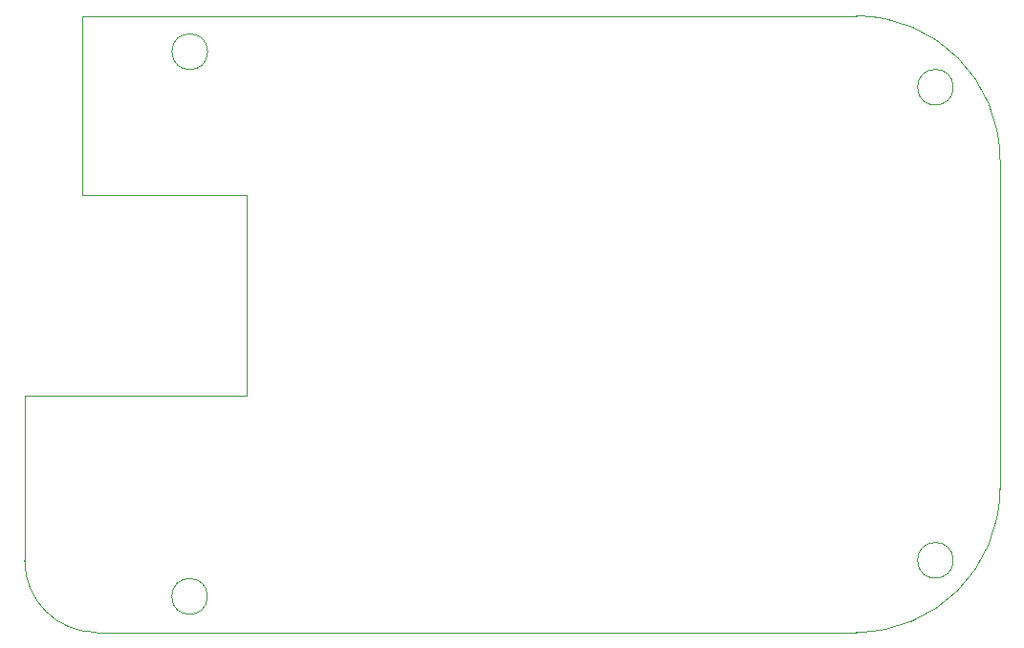
<source format=gbr>
%TF.GenerationSoftware,KiCad,Pcbnew,(5.1.12)-1*%
%TF.CreationDate,2023-08-18T20:52:49-06:00*%
%TF.ProjectId,X,582e6b69-6361-4645-9f70-636258585858,rev?*%
%TF.SameCoordinates,Original*%
%TF.FileFunction,Profile,NP*%
%FSLAX46Y46*%
G04 Gerber Fmt 4.6, Leading zero omitted, Abs format (unit mm)*
G04 Created by KiCad (PCBNEW (5.1.12)-1) date 2023-08-18 20:52:49*
%MOMM*%
%LPD*%
G01*
G04 APERTURE LIST*
%TA.AperFunction,Profile*%
%ADD10C,0.050000*%
%TD*%
G04 APERTURE END LIST*
D10*
X183830823Y-83794600D02*
G75*
G03*
X183830823Y-83794600I-1585823J0D01*
G01*
X183830823Y-125704600D02*
G75*
G03*
X183830823Y-125704600I-1585823J0D01*
G01*
X117805201Y-80645000D02*
G75*
G03*
X117805201Y-80645000I-1585823J0D01*
G01*
X117790823Y-128905000D02*
G75*
G03*
X117790823Y-128905000I-1585823J0D01*
G01*
X187960000Y-119380000D02*
G75*
G02*
X175260000Y-132080000I-12700000J0D01*
G01*
X175260000Y-77470000D02*
G75*
G02*
X187960000Y-90170000I0J-12700000D01*
G01*
X107950000Y-132080000D02*
G75*
G02*
X101600000Y-125730000I0J6350000D01*
G01*
X121285000Y-111125000D02*
X121285000Y-93345000D01*
X118745000Y-111125000D02*
X121285000Y-111125000D01*
X101600000Y-111125000D02*
X118745000Y-111125000D01*
X101600000Y-125730000D02*
X101600000Y-111125000D01*
X106680000Y-93345000D02*
X121285000Y-93345000D01*
X106680000Y-77470000D02*
X106680000Y-93345000D01*
X175260000Y-132080000D02*
X107950000Y-132080000D01*
X187960000Y-90170000D02*
X187960000Y-119380000D01*
X175260000Y-77470000D02*
X106680000Y-77470000D01*
M02*

</source>
